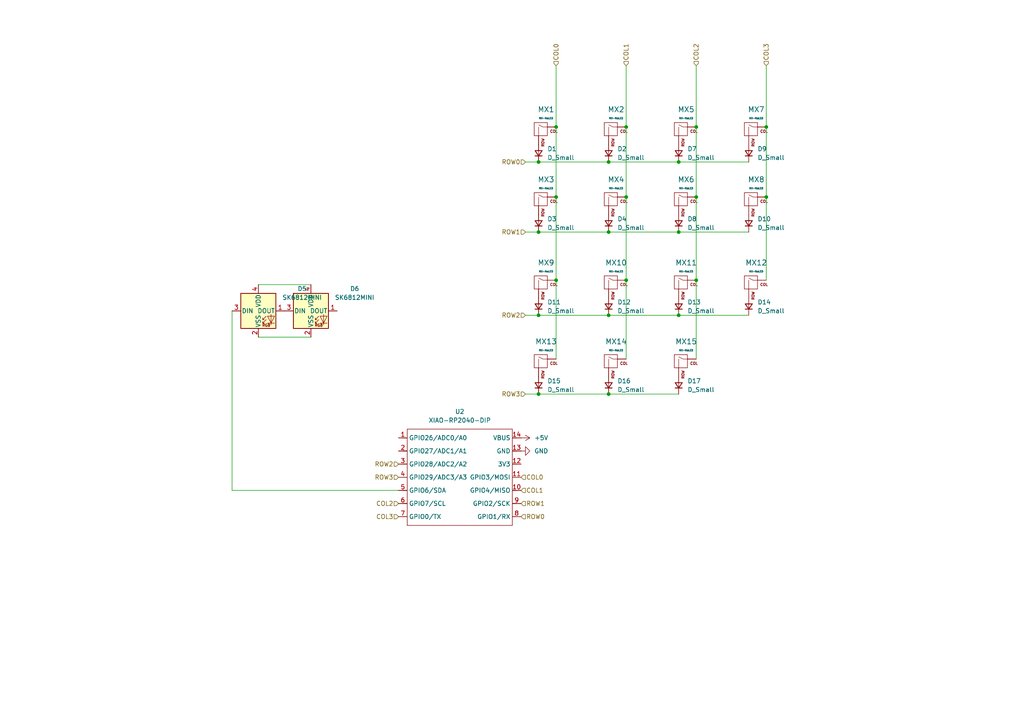
<source format=kicad_sch>
(kicad_sch (version 20250114) (generator "eeschema") (generator_version "9.0")
  (paper "A4")
  (lib_symbols
    (symbol "Device:D_Small" (pin_numbers (hide yes)) (pin_names (offset 0.254) (hide yes))
      (property "Reference" "D" (at -1.27 2.032 0))
      (property "Value" "D_Small" (at -3.81 -2.032 0))
      (symbol "D_Small_0_1"
        (polyline (pts (xy -0.762 0) (xy 0.762 0)))
        (polyline (pts (xy -0.762 -1.016) (xy -0.762 1.016)) (stroke (width 0.254)))
        (polyline (pts (xy 0.762 -1.016) (xy -0.762 0) (xy 0.762 1.016) (xy 0.762 -1.016)) (stroke (width 0.254)))
      )
      (symbol "D_Small_1_1"
        (pin passive line (at -2.54 0 0) (length 1.778) (name "K") (number "1"))
        (pin passive line (at 2.54 0 180) (length 1.778) (name "A") (number "2"))
      )
    )
    (symbol "LED:SK6812MINI" (pin_names (offset 0.254))
      (property "Reference" "D" (at 5.08 5.715 0))
      (property "Value" "SK6812MINI" (at 1.27 -5.715 0))
      (symbol "SK6812MINI_0_0"
        (text "RGB" (at 2.286 -4.191 0) (effects (font (size 0.762 0.762))))
      )
      (symbol "SK6812MINI_0_1"
        (polyline (pts (xy 1.27 -2.54) (xy 1.778 -2.54)))
        (polyline (pts (xy 1.27 -3.556) (xy 1.778 -3.556)))
        (polyline (pts (xy 2.286 -1.524) (xy 1.27 -2.54) (xy 1.27 -2.032)))
        (polyline (pts (xy 2.286 -2.54) (xy 1.27 -3.556) (xy 1.27 -3.048)))
        (polyline (pts (xy 3.683 -1.016) (xy 3.683 -3.556) (xy 3.683 -4.064)))
        (polyline (pts (xy 4.699 -1.524) (xy 2.667 -1.524) (xy 3.683 -3.556) (xy 4.699 -1.524)))
        (polyline (pts (xy 4.699 -3.556) (xy 2.667 -3.556)))
        (rectangle (start 5.08 5.08) (end -5.08 -5.08) (stroke (width 0.254)) (fill (type background)))
      )
      (symbol "SK6812MINI_1_1"
        (pin input line (at -7.62 0 0) (length 2.54) (name "DIN") (number "3"))
        (pin power_in line (at 0 7.62 270) (length 2.54) (name "VDD") (number "4"))
        (pin power_in line (at 0 -7.62 90) (length 2.54) (name "VSS") (number "2"))
        (pin output line (at 7.62 0 180) (length 2.54) (name "DOUT") (number "1"))
      )
    )
    (symbol "MXAH:MX-NoLED" (pin_names (offset 1.016))
      (property "Reference" "MX" (at -0.635 3.81 0))
      (property "Value" "MX-NoLED" (at -0.635 1.27 0))
      (symbol "MX-NoLED_0_0"
        (rectangle (start -2.54 2.54) (end 1.27 -1.27))
        (polyline (pts (xy -1.27 -1.27) (xy -1.27 1.27)) (stroke (width 0.127)))
        (polyline (pts (xy 1.27 1.27) (xy 0 1.27) (xy -1.27 1.905)) (stroke (width 0.127)))
        (text "ROW" (at 0 -1.905 900) (effects (font (size 0.762 0.762)) (justify right)))
        (text "COL" (at 3.175 0 0) (effects (font (size 0.762 0.762))))
      )
      (symbol "MX-NoLED_1_1"
        (pin passive line (at -1.27 -3.81 90) (length 2.54) (name "ROW") (number "2"))
        (pin passive line (at 3.81 1.27 180) (length 2.54) (name "COL") (number "1"))
      )
    )
    (symbol "Seeed_Studio_XIAO_Series:XIAO-RP2040-DIP"
      (property "Reference" "U" (at 0 0 0))
      (property "Value" "XIAO-RP2040-DIP" (at 5.334 -1.778 0))
      (symbol "XIAO-RP2040-DIP_1_0"
        (polyline (pts (xy -1.27 -2.54) (xy 29.21 -2.54)) (stroke (width 0.1524)))
        (polyline (pts (xy -1.27 -5.08) (xy -2.54 -5.08)) (stroke (width 0.1524)))
        (polyline (pts (xy -1.27 -5.08) (xy -1.27 -2.54)) (stroke (width 0.1524)))
        (polyline (pts (xy -1.27 -8.89) (xy -2.54 -8.89)) (stroke (width 0.1524)))
        (polyline (pts (xy -1.27 -8.89) (xy -1.27 -5.08)) (stroke (width 0.1524)))
        (polyline (pts (xy -1.27 -12.7) (xy -2.54 -12.7)) (stroke (width 0.1524)))
        (polyline (pts (xy -1.27 -12.7) (xy -1.27 -8.89)) (stroke (width 0.1524)))
        (polyline (pts (xy -1.27 -16.51) (xy -2.54 -16.51)) (stroke (width 0.1524)))
        (polyline (pts (xy -1.27 -16.51) (xy -1.27 -12.7)) (stroke (width 0.1524)))
        (polyline (pts (xy -1.27 -20.32) (xy -2.54 -20.32)) (stroke (width 0.1524)))
        (polyline (pts (xy -1.27 -24.13) (xy -2.54 -24.13)) (stroke (width 0.1524)))
        (polyline (pts (xy -1.27 -27.94) (xy -2.54 -27.94)) (stroke (width 0.1524)))
        (polyline (pts (xy -1.27 -30.48) (xy -1.27 -16.51)) (stroke (width 0.1524)))
        (polyline (pts (xy 29.21 -2.54) (xy 29.21 -5.08)) (stroke (width 0.1524)))
        (polyline (pts (xy 29.21 -5.08) (xy 29.21 -8.89)) (stroke (width 0.1524)))
        (polyline (pts (xy 29.21 -8.89) (xy 29.21 -12.7)) (stroke (width 0.1524)))
        (polyline (pts (xy 29.21 -12.7) (xy 29.21 -30.48)) (stroke (width 0.1524)))
        (polyline (pts (xy 29.21 -30.48) (xy -1.27 -30.48)) (stroke (width 0.1524)))
        (polyline (pts (xy 30.48 -5.08) (xy 29.21 -5.08)) (stroke (width 0.1524)))
        (polyline (pts (xy 30.48 -8.89) (xy 29.21 -8.89)) (stroke (width 0.1524)))
        (polyline (pts (xy 30.48 -12.7) (xy 29.21 -12.7)) (stroke (width 0.1524)))
        (polyline (pts (xy 30.48 -16.51) (xy 29.21 -16.51)) (stroke (width 0.1524)))
        (polyline (pts (xy 30.48 -20.32) (xy 29.21 -20.32)) (stroke (width 0.1524)))
        (polyline (pts (xy 30.48 -24.13) (xy 29.21 -24.13)) (stroke (width 0.1524)))
        (polyline (pts (xy 30.48 -27.94) (xy 29.21 -27.94)) (stroke (width 0.1524)))
        (pin passive line (at -3.81 -5.08 0) (length 2.54) (name "GPIO26/ADC0/A0") (number "1"))
        (pin passive line (at -3.81 -8.89 0) (length 2.54) (name "GPIO27/ADC1/A1") (number "2"))
        (pin passive line (at -3.81 -12.7 0) (length 2.54) (name "GPIO28/ADC2/A2") (number "3"))
        (pin passive line (at -3.81 -16.51 0) (length 2.54) (name "GPIO29/ADC3/A3") (number "4"))
        (pin passive line (at -3.81 -20.32 0) (length 2.54) (name "GPIO6/SDA") (number "5"))
        (pin passive line (at -3.81 -24.13 0) (length 2.54) (name "GPIO7/SCL") (number "6"))
        (pin passive line (at -3.81 -27.94 0) (length 2.54) (name "GPIO0/TX") (number "7"))
        (pin passive line (at 31.75 -5.08 180) (length 2.54) (name "VBUS") (number "14"))
        (pin passive line (at 31.75 -8.89 180) (length 2.54) (name "GND") (number "13"))
        (pin passive line (at 31.75 -12.7 180) (length 2.54) (name "3V3") (number "12"))
        (pin passive line (at 31.75 -16.51 180) (length 2.54) (name "GPIO3/MOSI") (number "11"))
        (pin passive line (at 31.75 -20.32 180) (length 2.54) (name "GPIO4/MISO") (number "10"))
        (pin passive line (at 31.75 -24.13 180) (length 2.54) (name "GPIO2/SCK") (number "9"))
        (pin passive line (at 31.75 -27.94 180) (length 2.54) (name "GPIO1/RX") (number "8"))
      )
    )
    (symbol "power:+5V" (power) (pin_numbers (hide yes)) (pin_names (offset 0) (hide yes))
      (property "Value" "+5V" (at 0 3.556 0))
      (symbol "+5V_0_1"
        (polyline (pts (xy -0.762 1.27) (xy 0 2.54)))
        (polyline (pts (xy 0 2.54) (xy 0.762 1.27)))
        (polyline (pts (xy 0 0) (xy 0 2.54)))
      )
      (symbol "+5V_1_1"
        (pin power_in line (at 0 0 90) (length 0) (name "~") (number "1"))
      )
    )
    (symbol "power:GND" (power) (pin_numbers (hide yes)) (pin_names (offset 0) (hide yes))
      (property "Value" "GND" (at 0 -3.81 0))
      (symbol "GND_0_1"
        (polyline (pts (xy 0 0) (xy 0 -1.27) (xy 1.27 -1.27) (xy 0 -2.54) (xy -1.27 -1.27) (xy 0 -1.27)))
      )
      (symbol "GND_1_1"
        (pin power_in line (at 0 0 270) (length 0) (name "~") (number "1"))
      )
    )
  )
  (junction (at 156.21 91.44))
  (junction (at 156.21 46.99))
  (junction (at 222.25 57.15))
  (junction (at 181.61 36.83))
  (junction (at 201.93 81.28))
  (junction (at 201.93 36.83))
  (junction (at 161.29 81.28))
  (junction (at 161.29 57.15))
  (junction (at 196.85 46.99))
  (junction (at 156.21 67.31))
  (junction (at 176.53 114.3))
  (junction (at 181.61 57.15))
  (junction (at 181.61 81.28))
  (junction (at 201.93 57.15))
  (junction (at 176.53 91.44))
  (junction (at 222.25 36.83))
  (junction (at 196.85 67.31))
  (junction (at 161.29 36.83))
  (junction (at 176.53 67.31))
  (junction (at 176.53 46.99))
  (junction (at 196.85 91.44))
  (junction (at 156.21 114.3))
  (wire (pts (xy 152.4 67.31) (xy 156.21 67.31)))
  (wire (pts (xy 201.93 57.15) (xy 201.93 81.28)))
  (wire (pts (xy 196.85 67.31) (xy 217.17 67.31)))
  (wire (pts (xy 201.93 19.05) (xy 201.93 36.83)))
  (wire (pts (xy 181.61 81.28) (xy 181.61 104.14)))
  (wire (pts (xy 222.25 36.83) (xy 222.25 57.15)))
  (wire (pts (xy 222.25 19.05) (xy 222.25 36.83)))
  (wire (pts (xy 156.21 114.3) (xy 176.53 114.3)))
  (wire (pts (xy 176.53 67.31) (xy 196.85 67.31)))
  (wire (pts (xy 152.4 114.3) (xy 156.21 114.3)))
  (wire (pts (xy 196.85 91.44) (xy 217.17 91.44)))
  (wire (pts (xy 196.85 46.99) (xy 217.17 46.99)))
  (wire (pts (xy 181.61 57.15) (xy 181.61 81.28)))
  (wire (pts (xy 222.25 57.15) (xy 222.25 81.28)))
  (wire (pts (xy 176.53 114.3) (xy 196.85 114.3)))
  (wire (pts (xy 152.4 91.44) (xy 156.21 91.44)))
  (wire (pts (xy 67.31 142.24) (xy 115.57 142.24)))
  (wire (pts (xy 176.53 46.99) (xy 196.85 46.99)))
  (wire (pts (xy 152.4 46.99) (xy 156.21 46.99)))
  (wire (pts (xy 181.61 36.83) (xy 181.61 57.15)))
  (wire (pts (xy 161.29 19.05) (xy 161.29 36.83)))
  (wire (pts (xy 156.21 67.31) (xy 176.53 67.31)))
  (wire (pts (xy 74.93 82.55) (xy 90.17 82.55)))
  (wire (pts (xy 67.31 90.17) (xy 67.31 142.24)))
  (wire (pts (xy 176.53 91.44) (xy 196.85 91.44)))
  (wire (pts (xy 74.93 97.79) (xy 90.17 97.79)))
  (wire (pts (xy 161.29 81.28) (xy 161.29 104.14)))
  (wire (pts (xy 201.93 36.83) (xy 201.93 57.15)))
  (wire (pts (xy 161.29 36.83) (xy 161.29 57.15)))
  (wire (pts (xy 161.29 57.15) (xy 161.29 81.28)))
  (wire (pts (xy 156.21 91.44) (xy 176.53 91.44)))
  (wire (pts (xy 181.61 19.05) (xy 181.61 36.83)))
  (wire (pts (xy 201.93 81.28) (xy 201.93 104.14)))
  (wire (pts (xy 156.21 46.99) (xy 176.53 46.99)))
  (hierarchical_label "ROW2" (shape input) (at 152.4 91.44 180))
  (hierarchical_label "ROW0" (shape input) (at 152.4 46.99 180))
  (hierarchical_label "COL2" (shape input) (at 115.57 146.05 180))
  (hierarchical_label "ROW0" (shape input) (at 151.13 149.86 0))
  (hierarchical_label "COL1" (shape input) (at 181.61 19.05 90))
  (hierarchical_label "ROW3" (shape input) (at 115.57 138.43 180))
  (hierarchical_label "COL2" (shape input) (at 201.93 19.05 90))
  (hierarchical_label "ROW3" (shape input) (at 152.4 114.3 180))
  (hierarchical_label "COL1" (shape input) (at 151.13 142.24 0))
  (hierarchical_label "COL0" (shape input) (at 151.13 138.43 0))
  (hierarchical_label "ROW2" (shape input) (at 115.57 134.62 180))
  (hierarchical_label "ROW1" (shape input) (at 152.4 67.31 180))
  (hierarchical_label "COL3" (shape input) (at 115.57 149.86 180))
  (hierarchical_label "ROW1" (shape input) (at 151.13 146.05 0))
  (hierarchical_label "COL0" (shape input) (at 161.29 19.05 90))
  (hierarchical_label "COL3" (shape input) (at 222.25 19.05 90))
  (symbol (lib_id "Device:D_Small") (at 196.85 88.9 90) (unit 1)
    (property "Reference" "D13" (at 199.39 87.6299 90) (effects (justify right)))
    (property "Value" "D_Small" (at 199.39 90.1699 90) (effects (justify right)))
    (property "Footprint" "Diode_SMD:D_SOD-123" (effects (hide yes)))
    (property "Description" "Diode, small symbol" (effects (hide yes)))
    (property "Sim.Device" "D" (effects (hide yes)))
    (property "Sim.Pins" "1=K 2=A" (effects (hide yes)))
  )
  (symbol (lib_id "Device:D_Small") (at 176.53 88.9 90) (unit 1)
    (property "Reference" "D12" (at 179.07 87.6299 90) (effects (justify right)))
    (property "Value" "D_Small" (at 179.07 90.1699 90) (effects (justify right)))
    (property "Footprint" "Diode_SMD:D_SOD-123" (effects (hide yes)))
    (property "Description" "Diode, small symbol" (effects (hide yes)))
    (property "Sim.Device" "D" (effects (hide yes)))
    (property "Sim.Pins" "1=K 2=A" (effects (hide yes)))
  )
  (symbol (lib_id "MXAH:MX-NoLED") (at 177.8 58.42 0) (unit 1)
    (property "Reference" "MX4" (at 178.6952 52.07 0) (effects (font (size 1.524 1.524))))
    (property "Value" "MX-NoLED" (at 178.6952 54.61 0) (effects (font (size 0.508 0.508))))
    (property "Footprint" "Button_Switch_Keyboard:SW_Cherry_MX_1.00u_PCB" (effects (hide yes)))
  )
  (symbol (lib_id "Device:D_Small") (at 156.21 111.76 90) (unit 1)
    (property "Reference" "D15" (at 158.75 110.4899 90) (effects (justify right)))
    (property "Value" "D_Small" (at 158.75 113.0299 90) (effects (justify right)))
    (property "Footprint" "Diode_SMD:D_SOD-123" (effects (hide yes)))
    (property "Description" "Diode, small symbol" (effects (hide yes)))
    (property "Sim.Device" "D" (effects (hide yes)))
    (property "Sim.Pins" "1=K 2=A" (effects (hide yes)))
  )
  (symbol (lib_id "MXAH:MX-NoLED") (at 218.44 38.1 0) (unit 1)
    (property "Reference" "MX7" (at 219.3352 31.75 0) (effects (font (size 1.524 1.524))))
    (property "Value" "MX-NoLED" (at 219.3352 34.29 0) (effects (font (size 0.508 0.508))))
    (property "Footprint" "Button_Switch_Keyboard:SW_Cherry_MX_1.00u_PCB" (effects (hide yes)))
  )
  (symbol (lib_id "MXAH:MX-NoLED") (at 218.44 58.42 0) (unit 1)
    (property "Reference" "MX8" (at 219.3352 52.07 0) (effects (font (size 1.524 1.524))))
    (property "Value" "MX-NoLED" (at 219.3352 54.61 0) (effects (font (size 0.508 0.508))))
    (property "Footprint" "Button_Switch_Keyboard:SW_Cherry_MX_1.00u_PCB" (effects (hide yes)))
  )
  (symbol (lib_id "MXAH:MX-NoLED") (at 177.8 38.1 0) (unit 1)
    (property "Reference" "MX2" (at 178.6952 31.75 0) (effects (font (size 1.524 1.524))))
    (property "Value" "MX-NoLED" (at 178.6952 34.29 0) (effects (font (size 0.508 0.508))))
    (property "Footprint" "Button_Switch_Keyboard:SW_Cherry_MX_1.00u_PCB" (effects (hide yes)))
  )
  (symbol (lib_id "MXAH:MX-NoLED") (at 177.8 105.41 0) (unit 1)
    (property "Reference" "MX14" (at 178.6952 99.06 0) (effects (font (size 1.524 1.524))))
    (property "Value" "MX-NoLED" (at 178.6952 101.6 0) (effects (font (size 0.508 0.508))))
    (property "Footprint" "Button_Switch_Keyboard:SW_Cherry_MX_1.00u_PCB" (effects (hide yes)))
  )
  (symbol (lib_id "Device:D_Small") (at 176.53 111.76 90) (unit 1)
    (property "Reference" "D16" (at 179.07 110.4899 90) (effects (justify right)))
    (property "Value" "D_Small" (at 179.07 113.0299 90) (effects (justify right)))
    (property "Footprint" "Diode_SMD:D_SOD-123" (effects (hide yes)))
    (property "Description" "Diode, small symbol" (effects (hide yes)))
    (property "Sim.Device" "D" (effects (hide yes)))
    (property "Sim.Pins" "1=K 2=A" (effects (hide yes)))
  )
  (symbol (lib_id "Device:D_Small") (at 217.17 88.9 90) (unit 1)
    (property "Reference" "D14" (at 219.71 87.6299 90) (effects (justify right)))
    (property "Value" "D_Small" (at 219.71 90.1699 90) (effects (justify right)))
    (property "Footprint" "Diode_SMD:D_SOD-123" (effects (hide yes)))
    (property "Description" "Diode, small symbol" (effects (hide yes)))
    (property "Sim.Device" "D" (effects (hide yes)))
    (property "Sim.Pins" "1=K 2=A" (effects (hide yes)))
  )
  (symbol (lib_id "MXAH:MX-NoLED") (at 157.48 38.1 0) (unit 1)
    (property "Reference" "MX1" (at 158.3752 31.75 0) (effects (font (size 1.524 1.524))))
    (property "Value" "MX-NoLED" (at 158.3752 34.29 0) (effects (font (size 0.508 0.508))))
    (property "Footprint" "Button_Switch_Keyboard:SW_Cherry_MX_1.00u_PCB" (effects (hide yes)))
  )
  (symbol (lib_id "Device:D_Small") (at 196.85 44.45 90) (unit 1)
    (property "Reference" "D7" (at 199.39 43.1799 90) (effects (justify right)))
    (property "Value" "D_Small" (at 199.39 45.7199 90) (effects (justify right)))
    (property "Footprint" "Diode_SMD:D_SOD-123" (effects (hide yes)))
    (property "Description" "Diode, small symbol" (effects (hide yes)))
    (property "Sim.Device" "D" (effects (hide yes)))
    (property "Sim.Pins" "1=K 2=A" (effects (hide yes)))
  )
  (symbol (lib_id "MXAH:MX-NoLED") (at 157.48 58.42 0) (unit 1)
    (property "Reference" "MX3" (at 158.3752 52.07 0) (effects (font (size 1.524 1.524))))
    (property "Value" "MX-NoLED" (at 158.3752 54.61 0) (effects (font (size 0.508 0.508))))
    (property "Footprint" "Button_Switch_Keyboard:SW_Cherry_MX_1.00u_PCB" (effects (hide yes)))
  )
  (symbol (lib_id "LED:SK6812MINI") (at 90.17 90.17 0) (unit 1)
    (property "Reference" "D6" (at 102.87 83.7498 0))
    (property "Value" "SK6812MINI" (at 102.87 86.2898 0))
    (property "Footprint" "LED_SMD:LED_SK6812MINI_PLCC4_3.5x3.5mm_P1.75mm" (effects (hide yes)))
    (property "Datasheet" "https://cdn-shop.adafruit.com/product-files/2686/SK6812MINI_REV.01-1-2.pdf" (effects (hide yes)))
    (property "Description" "RGB LED with integrated controller" (effects (hide yes)))
  )
  (symbol (lib_id "Device:D_Small") (at 176.53 44.45 90) (unit 1)
    (property "Reference" "D2" (at 179.07 43.1799 90) (effects (justify right)))
    (property "Value" "D_Small" (at 179.07 45.7199 90) (effects (justify right)))
    (property "Footprint" "Diode_SMD:D_SOD-123" (effects (hide yes)))
    (property "Description" "Diode, small symbol" (effects (hide yes)))
    (property "Sim.Device" "D" (effects (hide yes)))
    (property "Sim.Pins" "1=K 2=A" (effects (hide yes)))
  )
  (symbol (lib_id "MXAH:MX-NoLED") (at 198.12 58.42 0) (unit 1)
    (property "Reference" "MX6" (at 199.0152 52.07 0) (effects (font (size 1.524 1.524))))
    (property "Value" "MX-NoLED" (at 199.0152 54.61 0) (effects (font (size 0.508 0.508))))
    (property "Footprint" "Button_Switch_Keyboard:SW_Cherry_MX_1.00u_PCB" (effects (hide yes)))
  )
  (symbol (lib_id "MXAH:MX-NoLED") (at 198.12 38.1 0) (unit 1)
    (property "Reference" "MX5" (at 199.0152 31.75 0) (effects (font (size 1.524 1.524))))
    (property "Value" "MX-NoLED" (at 199.0152 34.29 0) (effects (font (size 0.508 0.508))))
    (property "Footprint" "Button_Switch_Keyboard:SW_Cherry_MX_1.00u_PCB" (effects (hide yes)))
  )
  (symbol (lib_id "Seeed_Studio_XIAO_Series:XIAO-RP2040-DIP") (at 119.38 121.92 0) (unit 1)
    (property "Reference" "U2" (at 133.35 119.38 0))
    (property "Value" "XIAO-RP2040-DIP" (at 133.35 121.92 0))
    (property "Footprint" "OPL:XIAO-RP2040-DIP" (effects (hide yes)))
  )
  (symbol (lib_id "Device:D_Small") (at 176.53 64.77 90) (unit 1)
    (property "Reference" "D4" (at 179.07 63.4999 90) (effects (justify right)))
    (property "Value" "D_Small" (at 179.07 66.0399 90) (effects (justify right)))
    (property "Footprint" "Diode_SMD:D_SOD-123" (effects (hide yes)))
    (property "Description" "Diode, small symbol" (effects (hide yes)))
    (property "Sim.Device" "D" (effects (hide yes)))
    (property "Sim.Pins" "1=K 2=A" (effects (hide yes)))
  )
  (symbol (lib_id "Device:D_Small") (at 156.21 44.45 90) (unit 1)
    (property "Reference" "D1" (at 158.75 43.1799 90) (effects (justify right)))
    (property "Value" "D_Small" (at 158.75 45.7199 90) (effects (justify right)))
    (property "Footprint" "Diode_SMD:D_SOD-123" (effects (hide yes)))
    (property "Description" "Diode, small symbol" (effects (hide yes)))
    (property "Sim.Device" "D" (effects (hide yes)))
    (property "Sim.Pins" "1=K 2=A" (effects (hide yes)))
  )
  (symbol (lib_id "LED:SK6812MINI") (at 74.93 90.17 0) (unit 1)
    (property "Reference" "D5" (at 87.63 83.7498 0))
    (property "Value" "SK6812MINI" (at 87.63 86.2898 0))
    (property "Footprint" "LED_SMD:LED_SK6812MINI_PLCC4_3.5x3.5mm_P1.75mm" (effects (hide yes)))
    (property "Datasheet" "https://cdn-shop.adafruit.com/product-files/2686/SK6812MINI_REV.01-1-2.pdf" (effects (hide yes)))
    (property "Description" "RGB LED with integrated controller" (effects (hide yes)))
  )
  (symbol (lib_id "Device:D_Small") (at 156.21 64.77 90) (unit 1)
    (property "Reference" "D3" (at 158.75 63.4999 90) (effects (justify right)))
    (property "Value" "D_Small" (at 158.75 66.0399 90) (effects (justify right)))
    (property "Footprint" "Diode_SMD:D_SOD-123" (effects (hide yes)))
    (property "Description" "Diode, small symbol" (effects (hide yes)))
    (property "Sim.Device" "D" (effects (hide yes)))
    (property "Sim.Pins" "1=K 2=A" (effects (hide yes)))
  )
  (symbol (lib_id "power:+5V") (at 151.13 127 270) (unit 1)
    (property "Reference" "#PWR014" (effects (hide yes)))
    (property "Value" "+5V" (at 154.94 126.9999 90) (effects (justify left)))
    (property "Description" "Power symbol creates a global label with name \"+5V\"" (effects (hide yes)))
  )
  (symbol (lib_id "Device:D_Small") (at 217.17 44.45 90) (unit 1)
    (property "Reference" "D9" (at 219.71 43.1799 90) (effects (justify right)))
    (property "Value" "D_Small" (at 219.71 45.7199 90) (effects (justify right)))
    (property "Footprint" "Diode_SMD:D_SOD-123" (effects (hide yes)))
    (property "Description" "Diode, small symbol" (effects (hide yes)))
    (property "Sim.Device" "D" (effects (hide yes)))
    (property "Sim.Pins" "1=K 2=A" (effects (hide yes)))
  )
  (symbol (lib_id "Device:D_Small") (at 196.85 111.76 90) (unit 1)
    (property "Reference" "D17" (at 199.39 110.4899 90) (effects (justify right)))
    (property "Value" "D_Small" (at 199.39 113.0299 90) (effects (justify right)))
    (property "Footprint" "Diode_SMD:D_SOD-123" (effects (hide yes)))
    (property "Description" "Diode, small symbol" (effects (hide yes)))
    (property "Sim.Device" "D" (effects (hide yes)))
    (property "Sim.Pins" "1=K 2=A" (effects (hide yes)))
  )
  (symbol (lib_id "Device:D_Small") (at 156.21 88.9 90) (unit 1)
    (property "Reference" "D11" (at 158.75 87.6299 90) (effects (justify right)))
    (property "Value" "D_Small" (at 158.75 90.1699 90) (effects (justify right)))
    (property "Footprint" "Diode_SMD:D_SOD-123" (effects (hide yes)))
    (property "Description" "Diode, small symbol" (effects (hide yes)))
    (property "Sim.Device" "D" (effects (hide yes)))
    (property "Sim.Pins" "1=K 2=A" (effects (hide yes)))
  )
  (symbol (lib_id "Device:D_Small") (at 217.17 64.77 90) (unit 1)
    (property "Reference" "D10" (at 219.71 63.4999 90) (effects (justify right)))
    (property "Value" "D_Small" (at 219.71 66.0399 90) (effects (justify right)))
    (property "Footprint" "Diode_SMD:D_SOD-123" (effects (hide yes)))
    (property "Description" "Diode, small symbol" (effects (hide yes)))
    (property "Sim.Device" "D" (effects (hide yes)))
    (property "Sim.Pins" "1=K 2=A" (effects (hide yes)))
  )
  (symbol (lib_id "MXAH:MX-NoLED") (at 198.12 105.41 0) (unit 1)
    (property "Reference" "MX15" (at 199.0152 99.06 0) (effects (font (size 1.524 1.524))))
    (property "Value" "MX-NoLED" (at 199.0152 101.6 0) (effects (font (size 0.508 0.508))))
    (property "Footprint" "Button_Switch_Keyboard:SW_Cherry_MX_1.00u_PCB" (effects (hide yes)))
  )
  (symbol (lib_id "MXAH:MX-NoLED") (at 157.48 82.55 0) (unit 1)
    (property "Reference" "MX9" (at 158.3752 76.2 0) (effects (font (size 1.524 1.524))))
    (property "Value" "MX-NoLED" (at 158.3752 78.74 0) (effects (font (size 0.508 0.508))))
    (property "Footprint" "Button_Switch_Keyboard:SW_Cherry_MX_1.00u_PCB" (effects (hide yes)))
  )
  (symbol (lib_id "MXAH:MX-NoLED") (at 198.12 82.55 0) (unit 1)
    (property "Reference" "MX11" (at 199.0152 76.2 0) (effects (font (size 1.524 1.524))))
    (property "Value" "MX-NoLED" (at 199.0152 78.74 0) (effects (font (size 0.508 0.508))))
    (property "Footprint" "Button_Switch_Keyboard:SW_Cherry_MX_1.00u_PCB" (effects (hide yes)))
  )
  (symbol (lib_id "MXAH:MX-NoLED") (at 157.48 105.41 0) (unit 1)
    (property "Reference" "MX13" (at 158.3752 99.06 0) (effects (font (size 1.524 1.524))))
    (property "Value" "MX-NoLED" (at 158.3752 101.6 0) (effects (font (size 0.508 0.508))))
    (property "Footprint" "Button_Switch_Keyboard:SW_Cherry_MX_1.00u_PCB" (effects (hide yes)))
  )
  (symbol (lib_id "Device:D_Small") (at 196.85 64.77 90) (unit 1)
    (property "Reference" "D8" (at 199.39 63.4999 90) (effects (justify right)))
    (property "Value" "D_Small" (at 199.39 66.0399 90) (effects (justify right)))
    (property "Footprint" "Diode_SMD:D_SOD-123" (effects (hide yes)))
    (property "Description" "Diode, small symbol" (effects (hide yes)))
    (property "Sim.Device" "D" (effects (hide yes)))
    (property "Sim.Pins" "1=K 2=A" (effects (hide yes)))
  )
  (symbol (lib_id "MXAH:MX-NoLED") (at 218.44 82.55 0) (unit 1)
    (property "Reference" "MX12" (at 219.3352 76.2 0) (effects (font (size 1.524 1.524))))
    (property "Value" "MX-NoLED" (at 219.3352 78.74 0) (effects (font (size 0.508 0.508))))
    (property "Footprint" "Button_Switch_Keyboard:SW_Cherry_MX_1.00u_PCB" (effects (hide yes)))
  )
  (symbol (lib_id "MXAH:MX-NoLED") (at 177.8 82.55 0) (unit 1)
    (property "Reference" "MX10" (at 178.6952 76.2 0) (effects (font (size 1.524 1.524))))
    (property "Value" "MX-NoLED" (at 178.6952 78.74 0) (effects (font (size 0.508 0.508))))
    (property "Footprint" "Button_Switch_Keyboard:SW_Cherry_MX_1.00u_PCB" (effects (hide yes)))
  )
  (symbol (lib_id "power:GND") (at 151.13 130.81 90) (unit 1)
    (property "Reference" "#PWR015" (effects (hide yes)))
    (property "Value" "GND" (at 154.94 130.8099 90) (effects (justify right)))
    (property "Description" "Power symbol creates a global label with name \"GND\" , ground" (effects (hide yes)))
  )
)
</source>
